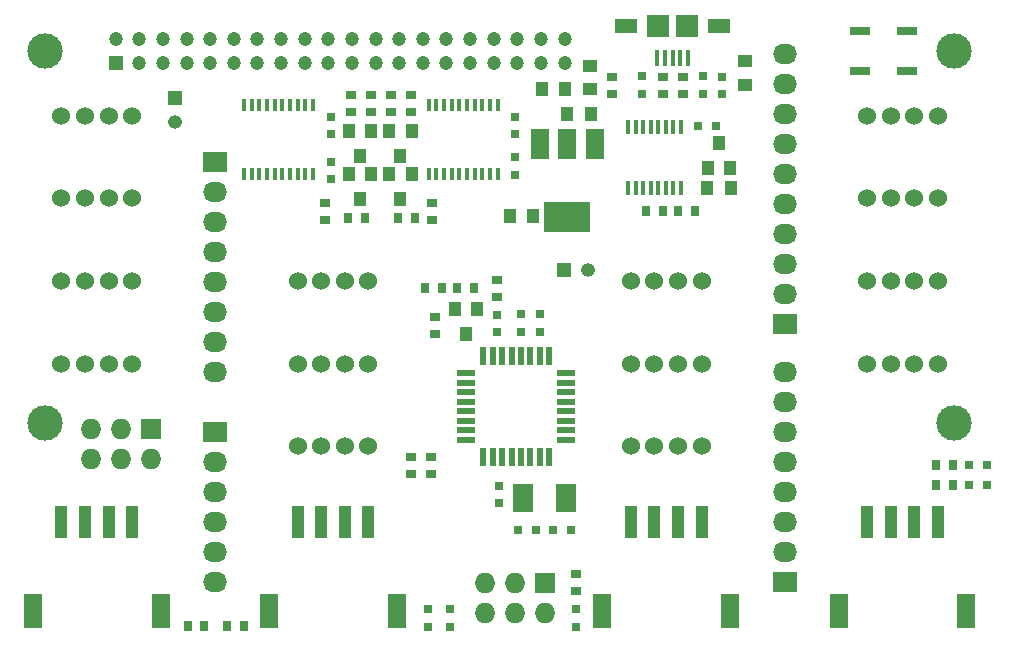
<source format=gts>
G04 #@! TF.FileFunction,Soldermask,Top*
%FSLAX46Y46*%
G04 Gerber Fmt 4.6, Leading zero omitted, Abs format (unit mm)*
G04 Created by KiCad (PCBNEW 4.0.1-2.201512121406+6195~38~ubuntu15.04.1-stable) date Tue 15 Dec 2015 02:37:47 GMT*
%MOMM*%
G01*
G04 APERTURE LIST*
%ADD10C,0.100000*%
%ADD11C,1.524000*%
%ADD12C,3.000000*%
%ADD13R,0.750000X0.800000*%
%ADD14R,0.800000X0.750000*%
%ADD15R,0.797560X0.797560*%
%ADD16R,0.550000X1.600000*%
%ADD17R,1.600000X0.550000*%
%ADD18R,2.032000X1.727200*%
%ADD19O,2.032000X1.727200*%
%ADD20R,1.727200X1.727200*%
%ADD21O,1.727200X1.727200*%
%ADD22R,0.900000X0.800000*%
%ADD23R,0.800000X0.900000*%
%ADD24R,1.619000X2.635000*%
%ADD25R,4.000000X2.600000*%
%ADD26R,0.400000X1.350000*%
%ADD27R,1.900000X1.300000*%
%ADD28R,1.900000X1.900000*%
%ADD29R,1.000000X1.250000*%
%ADD30R,1.700000X2.400000*%
%ADD31R,1.016000X1.200000*%
%ADD32R,1.010000X2.740000*%
%ADD33R,1.500000X3.000000*%
%ADD34R,0.400000X1.000000*%
%ADD35R,0.400000X1.200000*%
%ADD36R,1.200000X1.200000*%
%ADD37O,1.200000X1.200000*%
%ADD38C,1.200000*%
%ADD39R,1.250000X1.000000*%
%ADD40R,1.700000X0.800000*%
G04 APERTURE END LIST*
D10*
D11*
X179600000Y-80460000D03*
X177600000Y-80460000D03*
X175600000Y-80460000D03*
X173600000Y-80460000D03*
X179600000Y-66460000D03*
X177600000Y-66460000D03*
X175600000Y-66460000D03*
X173600000Y-66460000D03*
X179600000Y-59460000D03*
X177600000Y-59460000D03*
X175600000Y-59460000D03*
X173600000Y-59460000D03*
X131400000Y-87460000D03*
X129400000Y-87460000D03*
X127400000Y-87460000D03*
X125400000Y-87460000D03*
X111400000Y-66460000D03*
X109400000Y-66460000D03*
X107400000Y-66460000D03*
X105400000Y-66460000D03*
X179600000Y-73460000D03*
X177600000Y-73460000D03*
X175600000Y-73460000D03*
X173600000Y-73460000D03*
X111400000Y-80460000D03*
X109400000Y-80460000D03*
X107400000Y-80460000D03*
X105400000Y-80460000D03*
X111400000Y-73460000D03*
X109400000Y-73460000D03*
X107400000Y-73460000D03*
X105400000Y-73460000D03*
X159600000Y-87460000D03*
X157600000Y-87460000D03*
X155600000Y-87460000D03*
X153600000Y-87460000D03*
X131400000Y-80460000D03*
X129400000Y-80460000D03*
X127400000Y-80460000D03*
X125400000Y-80460000D03*
D12*
X181000000Y-85500000D03*
X104000000Y-85500000D03*
X181000000Y-54000000D03*
D13*
X128190000Y-59540000D03*
X128190000Y-61040000D03*
X143840000Y-59540000D03*
X143840000Y-61040000D03*
X154600000Y-56150000D03*
X154600000Y-57650000D03*
X159700000Y-56150000D03*
X159700000Y-57650000D03*
D14*
X160800000Y-60320000D03*
X159300000Y-60320000D03*
D13*
X128200000Y-64850000D03*
X128200000Y-63350000D03*
X143810000Y-62950000D03*
X143810000Y-64450000D03*
X142450000Y-90800000D03*
X142450000Y-92300000D03*
X145900000Y-77800000D03*
X145900000Y-76300000D03*
X144300000Y-77800000D03*
X144300000Y-76300000D03*
D14*
X148540000Y-94550000D03*
X147040000Y-94550000D03*
X144050000Y-94550000D03*
X145550000Y-94550000D03*
D15*
X136400000Y-101250700D03*
X136400000Y-102749300D03*
X138300000Y-101250700D03*
X138300000Y-102749300D03*
X148950000Y-101250700D03*
X148950000Y-102749300D03*
X182238200Y-89062500D03*
X183736800Y-89062500D03*
X182238200Y-90762500D03*
X183736800Y-90762500D03*
D16*
X141115000Y-88345000D03*
X141915000Y-88345000D03*
X142715000Y-88345000D03*
X143515000Y-88345000D03*
X144315000Y-88345000D03*
X145115000Y-88345000D03*
X145915000Y-88345000D03*
X146715000Y-88345000D03*
D17*
X148165000Y-86895000D03*
X148165000Y-86095000D03*
X148165000Y-85295000D03*
X148165000Y-84495000D03*
X148165000Y-83695000D03*
X148165000Y-82895000D03*
X148165000Y-82095000D03*
X148165000Y-81295000D03*
D16*
X146715000Y-79845000D03*
X145915000Y-79845000D03*
X145115000Y-79845000D03*
X144315000Y-79845000D03*
X143515000Y-79845000D03*
X142715000Y-79845000D03*
X141915000Y-79845000D03*
X141115000Y-79845000D03*
D17*
X139665000Y-81295000D03*
X139665000Y-82095000D03*
X139665000Y-82895000D03*
X139665000Y-83695000D03*
X139665000Y-84495000D03*
X139665000Y-85295000D03*
X139665000Y-86095000D03*
X139665000Y-86895000D03*
D18*
X118370000Y-63360000D03*
D19*
X118370000Y-65900000D03*
X118370000Y-68440000D03*
X118370000Y-70980000D03*
X118370000Y-73520000D03*
X118370000Y-76060000D03*
X118370000Y-78600000D03*
X118370000Y-81140000D03*
D18*
X118370000Y-86220000D03*
D19*
X118370000Y-88760000D03*
X118370000Y-91300000D03*
X118370000Y-93840000D03*
X118370000Y-96380000D03*
X118370000Y-98920000D03*
D20*
X146310000Y-99047000D03*
D21*
X146310000Y-101587000D03*
X143770000Y-99047000D03*
X143770000Y-101587000D03*
X141230000Y-99047000D03*
X141230000Y-101587000D03*
D18*
X166630000Y-77076000D03*
D19*
X166630000Y-74536000D03*
X166630000Y-71996000D03*
X166630000Y-69456000D03*
X166630000Y-66916000D03*
X166630000Y-64376000D03*
X166630000Y-61836000D03*
X166630000Y-59296000D03*
X166630000Y-56756000D03*
X166630000Y-54216000D03*
D18*
X166630000Y-98920000D03*
D19*
X166630000Y-96380000D03*
X166630000Y-93840000D03*
X166630000Y-91300000D03*
X166630000Y-88760000D03*
X166630000Y-86220000D03*
X166630000Y-83680000D03*
X166630000Y-81140000D03*
D22*
X158000000Y-57615000D03*
X158000000Y-56185000D03*
X156300000Y-57615000D03*
X156300000Y-56185000D03*
D23*
X154905000Y-67510000D03*
X156335000Y-67510000D03*
D22*
X137000000Y-76510000D03*
X137000000Y-77940000D03*
X134975000Y-89790000D03*
X134975000Y-88360000D03*
X136725000Y-89790000D03*
X136725000Y-88360000D03*
X148950000Y-98285000D03*
X148950000Y-99715000D03*
X131600000Y-57685000D03*
X131600000Y-59115000D03*
D23*
X179472500Y-90762500D03*
X180902500Y-90762500D03*
X179472500Y-89062500D03*
X180902500Y-89062500D03*
D24*
X150561000Y-61831000D03*
X148250000Y-61831000D03*
X145939000Y-61831000D03*
D25*
X148250000Y-68029000D03*
D12*
X104000000Y-54000000D03*
D26*
X156500000Y-54581000D03*
X157800000Y-54581000D03*
X157150000Y-54581000D03*
X158450000Y-54581000D03*
X155850000Y-54581000D03*
D27*
X153200000Y-51906000D03*
D28*
X155950000Y-51906000D03*
X158350000Y-51906000D03*
D27*
X161100000Y-51906000D03*
D29*
X146050000Y-57240000D03*
X148050000Y-57240000D03*
X148250000Y-59340000D03*
X150250000Y-59340000D03*
D30*
X148150000Y-91850000D03*
X144450000Y-91850000D03*
D13*
X142250000Y-77825000D03*
X142250000Y-76325000D03*
D22*
X142250000Y-74840000D03*
X142250000Y-73410000D03*
D23*
X138885000Y-74075000D03*
X140315000Y-74075000D03*
X159055000Y-67510000D03*
X157625000Y-67510000D03*
D22*
X152050000Y-56210000D03*
X152050000Y-57640000D03*
D29*
X162100000Y-65600000D03*
X160100000Y-65600000D03*
D31*
X160140000Y-63900000D03*
X162040000Y-63900000D03*
X161090000Y-61780000D03*
D23*
X137615000Y-74080000D03*
X136185000Y-74080000D03*
D31*
X140600000Y-75865000D03*
X138700000Y-75865000D03*
X139650000Y-77985000D03*
D32*
X153600000Y-93900000D03*
X155600000Y-93900000D03*
X157600000Y-93900000D03*
X159600000Y-93900000D03*
D33*
X151200000Y-101400000D03*
X162000000Y-101400000D03*
D32*
X125400000Y-93900000D03*
X127400000Y-93900000D03*
X129400000Y-93900000D03*
X131400000Y-93900000D03*
D33*
X123000000Y-101400000D03*
X133800000Y-101400000D03*
D34*
X126715000Y-58600000D03*
X126065000Y-58600000D03*
X125415000Y-58600000D03*
X124765000Y-58600000D03*
X124115000Y-58600000D03*
X123465000Y-58600000D03*
X122815000Y-58600000D03*
X122165000Y-58600000D03*
X121515000Y-58600000D03*
X120865000Y-58600000D03*
X120865000Y-64400000D03*
X121515000Y-64400000D03*
X122165000Y-64400000D03*
X122815000Y-64400000D03*
X123465000Y-64400000D03*
X124115000Y-64400000D03*
X124765000Y-64400000D03*
X125415000Y-64400000D03*
X126065000Y-64400000D03*
X126715000Y-64400000D03*
X142345000Y-58600000D03*
X141695000Y-58600000D03*
X141045000Y-58600000D03*
X140395000Y-58600000D03*
X139745000Y-58600000D03*
X139095000Y-58600000D03*
X138445000Y-58600000D03*
X137795000Y-58600000D03*
X137145000Y-58600000D03*
X136495000Y-58600000D03*
X136495000Y-64400000D03*
X137145000Y-64400000D03*
X137795000Y-64400000D03*
X138445000Y-64400000D03*
X139095000Y-64400000D03*
X139745000Y-64400000D03*
X140395000Y-64400000D03*
X141045000Y-64400000D03*
X141695000Y-64400000D03*
X142345000Y-64400000D03*
D35*
X153377500Y-65600000D03*
X154012500Y-65600000D03*
X154647500Y-65600000D03*
X155282500Y-65600000D03*
X155917500Y-65600000D03*
X156552500Y-65600000D03*
X157187500Y-65600000D03*
X157822500Y-65600000D03*
X157822500Y-60400000D03*
X157187500Y-60400000D03*
X156552500Y-60400000D03*
X155917500Y-60400000D03*
X155282500Y-60400000D03*
X154647500Y-60400000D03*
X154012500Y-60400000D03*
X153377500Y-60400000D03*
D32*
X105400000Y-93900000D03*
X107400000Y-93900000D03*
X109400000Y-93900000D03*
X111400000Y-93900000D03*
D33*
X103000000Y-101400000D03*
X113800000Y-101400000D03*
D32*
X173600000Y-93900000D03*
X175600000Y-93900000D03*
X177600000Y-93900000D03*
X179600000Y-93900000D03*
D33*
X171200000Y-101400000D03*
X182000000Y-101400000D03*
D22*
X129900000Y-57685000D03*
X129900000Y-59115000D03*
D20*
X113000000Y-86000000D03*
D21*
X113000000Y-88540000D03*
X110460000Y-86000000D03*
X110460000Y-88540000D03*
X107920000Y-86000000D03*
X107920000Y-88540000D03*
D11*
X111400000Y-59460000D03*
X109400000Y-59460000D03*
X107400000Y-59460000D03*
X105400000Y-59460000D03*
X159600000Y-80460000D03*
X157600000Y-80460000D03*
X155600000Y-80460000D03*
X153600000Y-80460000D03*
X159600000Y-73460000D03*
X157600000Y-73460000D03*
X155600000Y-73460000D03*
X153600000Y-73460000D03*
X131400000Y-73460000D03*
X129400000Y-73460000D03*
X127400000Y-73460000D03*
X125400000Y-73460000D03*
D36*
X147990000Y-72500000D03*
D37*
X149990000Y-72500000D03*
D36*
X115000000Y-58000000D03*
D37*
X115000000Y-60000000D03*
D36*
X110000000Y-55000000D03*
D38*
X110000000Y-53000000D03*
X120000000Y-55000000D03*
X112000000Y-53000000D03*
X122000000Y-55000000D03*
X114000000Y-53000000D03*
X124000000Y-55000000D03*
X116000000Y-53000000D03*
X126000000Y-55000000D03*
X118000000Y-53000000D03*
X128000000Y-55000000D03*
X120000000Y-53000000D03*
X130000000Y-55000000D03*
X122000000Y-53000000D03*
X132000000Y-55000000D03*
X124000000Y-53000000D03*
X134000000Y-55000000D03*
X126000000Y-53000000D03*
X136000000Y-55000000D03*
X128000000Y-53000000D03*
X138000000Y-55000000D03*
X130000000Y-53000000D03*
X140000000Y-55000000D03*
X132000000Y-53000000D03*
X134000000Y-53000000D03*
X142000000Y-55000000D03*
X136000000Y-53000000D03*
X140000000Y-53000000D03*
X142000000Y-53000000D03*
X144000000Y-53000000D03*
X146000000Y-53000000D03*
X144000000Y-55000000D03*
X146000000Y-55000000D03*
X112000000Y-55000000D03*
X114000000Y-55000000D03*
X116000000Y-55000000D03*
X118000000Y-55000000D03*
X148000000Y-55000000D03*
X148000000Y-53000000D03*
X138000000Y-53000000D03*
D39*
X150130000Y-55250000D03*
X150130000Y-57250000D03*
D22*
X135000000Y-57685000D03*
X135000000Y-59115000D03*
X133300000Y-57685000D03*
X133300000Y-59115000D03*
D29*
X145360000Y-67980000D03*
X143360000Y-67980000D03*
D23*
X119435000Y-102650000D03*
X120865000Y-102650000D03*
X116085000Y-102650000D03*
X117515000Y-102650000D03*
D39*
X163270000Y-56880000D03*
X163270000Y-54880000D03*
D13*
X161350000Y-56160000D03*
X161350000Y-57660000D03*
D40*
X177000000Y-55700000D03*
X177000000Y-52300000D03*
X173000000Y-55700000D03*
X173000000Y-52300000D03*
D31*
X135050000Y-60740000D03*
X133150000Y-60740000D03*
X134100000Y-62860000D03*
X131650000Y-60740000D03*
X129750000Y-60740000D03*
X130700000Y-62860000D03*
X135050000Y-64440000D03*
X133150000Y-64440000D03*
X134100000Y-66560000D03*
X131650000Y-64440000D03*
X129750000Y-64440000D03*
X130700000Y-66560000D03*
D23*
X129670000Y-68100000D03*
X131100000Y-68100000D03*
D22*
X127700000Y-68315000D03*
X127700000Y-66885000D03*
D23*
X135315000Y-68100000D03*
X133885000Y-68100000D03*
D22*
X136800000Y-68315000D03*
X136800000Y-66885000D03*
M02*

</source>
